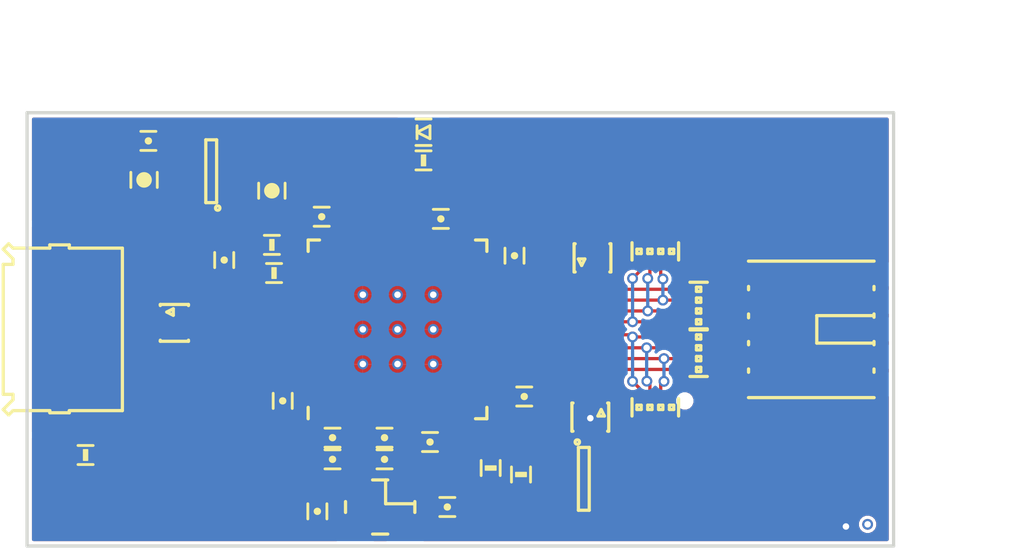
<source format=kicad_pcb>
(kicad_pcb (version 4) (host pcbnew 4.0.7-e2-6376~58~ubuntu16.04.1)
  (layers (0 F.Cu signal) (1 In1.Cu signal) (2 In2.Cu signal) (31 B.Cu signal) (34 B.Paste user) (35 F.Paste user) (36 B.SilkS user) (37 F.SilkS user) (38 B.Mask user) (39 F.Mask user) (44 Edge.Cuts user))
  (net 0 "")
  (net 1 +3V3)
  (net 2 GND)
  (net 3 +5V)
  (net 4 "Net-(C12-Pad1)")
  (net 5 /XTALOUT)
  (net 6 /XTALIN)
  (net 7 /SCL)
  (net 8 /SDA)
  (net 9 /PB0)
  (net 10 /PB1)
  (net 11 /PB2)
  (net 12 /PB5)
  (net 13 /PB6)
  (net 14 /PB7)
  (net 15 /PA0)
  (net 16 /~RESET)
  (net 17 /WAKEUP)
  (net 18 /PB3)
  (net 19 /PB4)
  (net 20 /xPB1)
  (net 21 /xPB0)
  (net 22 /xPB3)
  (net 23 /xPB2)
  (net 24 /xPB5)
  (net 25 /xPB4)
  (net 26 /xPB7)
  (net 27 /xPB6)
  (net 28 "Net-(D1-PadA)")
  (net 29 /shield)
  (net 30 /USBD_P)
  (net 31 /xUSBD_P)
  (net 32 /USBD_N)
  (net 33 /xUSBD_N)
  (module pkl_dipol:C_0402 (layer F.Cu) (at 38.600001 35.2 180)
    (fp_text reference C1)
    (fp_text value 100n)
    (pad 1 smd rect (at -0.5 0 180) (size 0.5 0.6) (layers F.Cu F.Paste F.Mask) (net 1 +3V3))
    (pad 2 smd rect (at 0.5 0 180) (size 0.5 0.6) (layers F.Cu F.Paste F.Mask) (net 2 GND))
  )
  (module pkl_dipol:C_0402 (layer F.Cu) (at 42.95 33.1)
    (fp_text reference C2)
    (fp_text value 100n)
    (pad 1 smd rect (at -0.5 0) (size 0.5 0.6) (layers F.Cu F.Paste F.Mask) (net 1 +3V3))
    (pad 2 smd rect (at 0.5 0) (size 0.5 0.6) (layers F.Cu F.Paste F.Mask) (net 2 GND))
  )
  (module pkl_dipol:C_0402 (layer F.Cu) (at 42.5 26.6 90)
    (fp_text reference C3)
    (fp_text value 100n)
    (pad 1 smd rect (at -0.5 0 90) (size 0.5 0.6) (layers F.Cu F.Paste F.Mask) (net 1 +3V3))
    (pad 2 smd rect (at 0.5 0 90) (size 0.5 0.6) (layers F.Cu F.Paste F.Mask) (net 2 GND))
  )
  (module pkl_dipol:C_0402 (layer F.Cu) (at 39.1 24.9)
    (fp_text reference C4)
    (fp_text value 100n)
    (pad 1 smd rect (at -0.5 0) (size 0.5 0.6) (layers F.Cu F.Paste F.Mask) (net 1 +3V3))
    (pad 2 smd rect (at 0.5 0) (size 0.5 0.6) (layers F.Cu F.Paste F.Mask) (net 2 GND))
  )
  (module pkl_dipol:C_0402 (layer F.Cu) (at 33.6 24.8)
    (fp_text reference C5)
    (fp_text value 100n)
    (pad 1 smd rect (at -0.5 0) (size 0.5 0.6) (layers F.Cu F.Paste F.Mask) (net 1 +3V3))
    (pad 2 smd rect (at 0.5 0) (size 0.5 0.6) (layers F.Cu F.Paste F.Mask) (net 2 GND))
  )
  (module pkl_dipol:C_0402 (layer F.Cu) (at 31.8 33.3 270)
    (fp_text reference C6)
    (fp_text value 100n)
    (pad 1 smd rect (at -0.5 0 270) (size 0.5 0.6) (layers F.Cu F.Paste F.Mask) (net 1 +3V3))
    (pad 2 smd rect (at 0.5 0 270) (size 0.5 0.6) (layers F.Cu F.Paste F.Mask) (net 2 GND))
  )
  (module pkl_dipol:C_0402 (layer F.Cu) (at 34.1 35 180)
    (fp_text reference C7)
    (fp_text value 2u2)
    (pad 1 smd rect (at -0.5 0 180) (size 0.5 0.6) (layers F.Cu F.Paste F.Mask) (net 1 +3V3))
    (pad 2 smd rect (at 0.5 0 180) (size 0.5 0.6) (layers F.Cu F.Paste F.Mask) (net 2 GND))
  )
  (module pkl_dipol:C_0402 (layer F.Cu) (at 36.5 35 180)
    (fp_text reference C8)
    (fp_text value 2u2)
    (pad 1 smd rect (at -0.5 0 180) (size 0.5 0.6) (layers F.Cu F.Paste F.Mask) (net 1 +3V3))
    (pad 2 smd rect (at 0.5 0 180) (size 0.5 0.6) (layers F.Cu F.Paste F.Mask) (net 2 GND))
  )
  (module pkl_dipol:C_0402 (layer F.Cu) (at 34.1 36 180)
    (fp_text reference C9)
    (fp_text value 100n)
    (pad 1 smd rect (at -0.5 0 180) (size 0.5 0.6) (layers F.Cu F.Paste F.Mask) (net 1 +3V3))
    (pad 2 smd rect (at 0.5 0 180) (size 0.5 0.6) (layers F.Cu F.Paste F.Mask) (net 2 GND))
  )
  (module pkl_dipol:C_0402 (layer F.Cu) (at 36.5 36 180)
    (fp_text reference C10)
    (fp_text value 100n)
    (pad 1 smd rect (at -0.5 0 180) (size 0.5 0.6) (layers F.Cu F.Paste F.Mask) (net 1 +3V3))
    (pad 2 smd rect (at 0.5 0 180) (size 0.5 0.6) (layers F.Cu F.Paste F.Mask) (net 2 GND))
  )
  (module pkl_dipol:C_0603 (layer F.Cu) (at 31.3 23.6 90)
    (fp_text reference C11)
    (fp_text value 4u7)
    (pad 1 smd rect (at -0.75 0 90) (size 0.6 0.9) (layers F.Cu F.Paste F.Mask) (net 3 +5V))
    (pad 2 smd rect (at 0.75 0 90) (size 0.6 0.9) (layers F.Cu F.Paste F.Mask) (net 2 GND))
  )
  (module pkl_dipol:C_0402 (layer F.Cu) (at 25.6 21.3 180)
    (fp_text reference C12)
    (fp_text value 10n)
    (pad 1 smd rect (at -0.5 0 180) (size 0.5 0.6) (layers F.Cu F.Paste F.Mask) (net 4 "Net-(C12-Pad1)"))
    (pad 2 smd rect (at 0.5 0 180) (size 0.5 0.6) (layers F.Cu F.Paste F.Mask) (net 2 GND))
  )
  (module pkl_dipol:C_0603 (layer F.Cu) (at 25.4 23.1 90)
    (fp_text reference C13)
    (fp_text value 4u7)
    (pad 1 smd rect (at -0.75 0 90) (size 0.6 0.9) (layers F.Cu F.Paste F.Mask) (net 1 +3V3))
    (pad 2 smd rect (at 0.75 0 90) (size 0.6 0.9) (layers F.Cu F.Paste F.Mask) (net 2 GND))
  )
  (module pkl_dipol:C_0402 (layer F.Cu) (at 29.1 26.8 90)
    (fp_text reference C14)
    (fp_text value 1u)
    (pad 1 smd rect (at -0.5 0 90) (size 0.5 0.6) (layers F.Cu F.Paste F.Mask) (net 1 +3V3))
    (pad 2 smd rect (at 0.5 0 90) (size 0.5 0.6) (layers F.Cu F.Paste F.Mask) (net 2 GND))
  )
  (module pkl_dipol:C_0402 (layer F.Cu) (at 33.4 38.4 90)
    (fp_text reference C15)
    (fp_text value 12p)
    (pad 1 smd rect (at -0.5 0 90) (size 0.5 0.6) (layers F.Cu F.Paste F.Mask) (net 5 /XTALOUT))
    (pad 2 smd rect (at 0.5 0 90) (size 0.5 0.6) (layers F.Cu F.Paste F.Mask) (net 2 GND))
  )
  (module pkl_dipol:C_0402 (layer F.Cu) (at 39.4 38.2)
    (fp_text reference C16)
    (fp_text value 12p)
    (pad 1 smd rect (at -0.5 0) (size 0.5 0.6) (layers F.Cu F.Paste F.Mask) (net 6 /XTALIN))
    (pad 2 smd rect (at 0.5 0) (size 0.5 0.6) (layers F.Cu F.Paste F.Mask) (net 2 GND))
  )
  (module pkl_dipol:D_0603 (layer F.Cu) (at 38.3 20.9)
    (fp_text reference D1)
    (fp_text value pkl_LED)
    (pad A smd rect (at 0.75 0 180) (size 0.6 0.9) (layers F.Cu F.Paste F.Mask) (net 28 "Net-(D1-PadA)"))
    (pad C smd rect (at -0.75 0 180) (size 0.6 0.9) (layers F.Cu F.Paste F.Mask) (net 2 GND))
  )
  (module pkl_housings_dfn_qfn:QFN-56-1EP_8x8mm_Pitch0.5mm (layer F.Cu) (at 37.1 30 90)
    (fp_text reference IC1)
    (fp_text value CY7C68013A-56)
    (pad 1 smd oval (at -3.9 -3.25 90) (size 0.7 0.25) (layers F.Cu F.Paste F.Mask))
    (pad 2 smd oval (at -3.9 -2.75 90) (size 0.7 0.25) (layers F.Cu F.Paste F.Mask))
    (pad 3 smd oval (at -3.9 -2.25 90) (size 0.7 0.25) (layers F.Cu F.Paste F.Mask) (net 1 +3V3))
    (pad 4 smd oval (at -3.9 -1.75 90) (size 0.7 0.25) (layers F.Cu F.Paste F.Mask) (net 5 /XTALOUT))
    (pad 5 smd oval (at -3.9 -1.25 90) (size 0.7 0.25) (layers F.Cu F.Paste F.Mask) (net 6 /XTALIN))
    (pad 6 smd oval (at -3.9 -0.75 90) (size 0.7 0.25) (layers F.Cu F.Paste F.Mask) (net 2 GND))
    (pad 7 smd oval (at -3.9 -0.25 90) (size 0.7 0.25) (layers F.Cu F.Paste F.Mask) (net 1 +3V3))
    (pad 8 smd oval (at -3.9 0.25 90) (size 0.7 0.25) (layers F.Cu F.Paste F.Mask) (net 30 /USBD_P))
    (pad 9 smd oval (at -3.9 0.75 90) (size 0.7 0.25) (layers F.Cu F.Paste F.Mask) (net 32 /USBD_N))
    (pad 10 smd oval (at -3.9 1.25 90) (size 0.7 0.25) (layers F.Cu F.Paste F.Mask) (net 2 GND))
    (pad 11 smd oval (at -3.9 1.75 90) (size 0.7 0.25) (layers F.Cu F.Paste F.Mask) (net 1 +3V3))
    (pad 12 smd oval (at -3.9 2.25 90) (size 0.7 0.25) (layers F.Cu F.Paste F.Mask) (net 2 GND))
    (pad 13 smd oval (at -3.9 2.75 90) (size 0.7 0.25) (layers F.Cu F.Paste F.Mask))
    (pad 14 smd oval (at -3.9 3.25 90) (size 0.7 0.25) (layers F.Cu F.Paste F.Mask) (net 2 GND))
    (pad 15 smd oval (at -3.25 3.9 180) (size 0.7 0.25) (layers F.Cu F.Paste F.Mask) (net 7 /SCL))
    (pad 16 smd oval (at -2.75 3.9 180) (size 0.7 0.25) (layers F.Cu F.Paste F.Mask) (net 8 /SDA))
    (pad 17 smd oval (at -2.25 3.9 180) (size 0.7 0.25) (layers F.Cu F.Paste F.Mask) (net 1 +3V3))
    (pad 18 smd oval (at -1.75 3.9 180) (size 0.7 0.25) (layers F.Cu F.Paste F.Mask) (net 9 /PB0))
    (pad 19 smd oval (at -1.25 3.9 180) (size 0.7 0.25) (layers F.Cu F.Paste F.Mask) (net 10 /PB1))
    (pad 20 smd oval (at -0.75 3.9 180) (size 0.7 0.25) (layers F.Cu F.Paste F.Mask) (net 11 /PB2))
    (pad 23 smd oval (at 0.75 3.9 180) (size 0.7 0.25) (layers F.Cu F.Paste F.Mask) (net 12 /PB5))
    (pad 24 smd oval (at 1.25 3.9 180) (size 0.7 0.25) (layers F.Cu F.Paste F.Mask) (net 13 /PB6))
    (pad 25 smd oval (at 1.75 3.9 180) (size 0.7 0.25) (layers F.Cu F.Paste F.Mask) (net 14 /PB7))
    (pad 26 smd oval (at 2.25 3.9 180) (size 0.7 0.25) (layers F.Cu F.Paste F.Mask) (net 2 GND))
    (pad 27 smd oval (at 2.75 3.9 180) (size 0.7 0.25) (layers F.Cu F.Paste F.Mask) (net 1 +3V3))
    (pad 28 smd oval (at 3.25 3.9 180) (size 0.7 0.25) (layers F.Cu F.Paste F.Mask) (net 2 GND))
    (pad 29 smd oval (at 3.9 3.25 90) (size 0.7 0.25) (layers F.Cu F.Paste F.Mask))
    (pad 30 smd oval (at 3.9 2.75 90) (size 0.7 0.25) (layers F.Cu F.Paste F.Mask))
    (pad 31 smd oval (at 3.9 2.25 90) (size 0.7 0.25) (layers F.Cu F.Paste F.Mask))
    (pad 32 smd oval (at 3.9 1.75 90) (size 0.7 0.25) (layers F.Cu F.Paste F.Mask) (net 1 +3V3))
    (pad 33 smd oval (at 3.9 1.25 90) (size 0.7 0.25) (layers F.Cu F.Paste F.Mask) (net 15 /PA0))
    (pad 34 smd oval (at 3.9 0.75 90) (size 0.7 0.25) (layers F.Cu F.Paste F.Mask))
    (pad 35 smd oval (at 3.9 0.25 90) (size 0.7 0.25) (layers F.Cu F.Paste F.Mask))
    (pad 36 smd oval (at 3.9 -0.25 90) (size 0.7 0.25) (layers F.Cu F.Paste F.Mask))
    (pad 37 smd oval (at 3.9 -0.75 90) (size 0.7 0.25) (layers F.Cu F.Paste F.Mask))
    (pad 38 smd oval (at 3.9 -1.25 90) (size 0.7 0.25) (layers F.Cu F.Paste F.Mask))
    (pad 39 smd oval (at 3.9 -1.75 90) (size 0.7 0.25) (layers F.Cu F.Paste F.Mask))
    (pad 40 smd oval (at 3.9 -2.25 90) (size 0.7 0.25) (layers F.Cu F.Paste F.Mask))
    (pad 41 smd oval (at 3.9 -2.75 90) (size 0.7 0.25) (layers F.Cu F.Paste F.Mask) (net 2 GND))
    (pad 42 smd oval (at 3.9 -3.25 90) (size 0.7 0.25) (layers F.Cu F.Paste F.Mask) (net 16 /~RESET))
    (pad 43 smd oval (at 3.25 -3.9 180) (size 0.7 0.25) (layers F.Cu F.Paste F.Mask) (net 1 +3V3))
    (pad 44 smd oval (at 2.75 -3.9 180) (size 0.7 0.25) (layers F.Cu F.Paste F.Mask) (net 17 /WAKEUP))
    (pad 45 smd oval (at 2.25 -3.9 180) (size 0.7 0.25) (layers F.Cu F.Paste F.Mask))
    (pad 46 smd oval (at 1.75 -3.9 180) (size 0.7 0.25) (layers F.Cu F.Paste F.Mask))
    (pad 47 smd oval (at 1.25 -3.9 180) (size 0.7 0.25) (layers F.Cu F.Paste F.Mask))
    (pad 48 smd oval (at 0.75 -3.9 180) (size 0.7 0.25) (layers F.Cu F.Paste F.Mask))
    (pad 51 smd oval (at -0.75 -3.9 180) (size 0.7 0.25) (layers F.Cu F.Paste F.Mask))
    (pad 52 smd oval (at -1.25 -3.9 180) (size 0.7 0.25) (layers F.Cu F.Paste F.Mask))
    (pad 53 smd oval (at -1.75 -3.9 180) (size 0.7 0.25) (layers F.Cu F.Paste F.Mask) (net 2 GND))
    (pad 54 smd oval (at -2.25 -3.9 180) (size 0.7 0.25) (layers F.Cu F.Paste F.Mask))
    (pad 55 smd oval (at -2.75 -3.9 180) (size 0.7 0.25) (layers F.Cu F.Paste F.Mask) (net 1 +3V3))
    (pad 56 smd oval (at -3.25 -3.9 180) (size 0.7 0.25) (layers F.Cu F.Paste F.Mask) (net 2 GND))
    (pad 57 smd rect (at 2.41875 2.41875 90) (size 1.6125 1.6125) (layers F.Cu F.Paste F.Mask))
    (pad 57 smd rect (at 2.41875 0.80625 90) (size 1.6125 1.6125) (layers F.Cu F.Paste F.Mask))
    (pad 57 smd rect (at 2.41875 -0.80625 90) (size 1.6125 1.6125) (layers F.Cu F.Paste F.Mask))
    (pad 57 smd rect (at 2.41875 -2.41875 90) (size 1.6125 1.6125) (layers F.Cu F.Paste F.Mask))
    (pad 57 smd rect (at 0.80625 2.41875 90) (size 1.6125 1.6125) (layers F.Cu F.Paste F.Mask))
    (pad 57 smd rect (at 0.80625 0.80625 90) (size 1.6125 1.6125) (layers F.Cu F.Paste F.Mask))
    (pad 57 smd rect (at 0.80625 -0.80625 90) (size 1.6125 1.6125) (layers F.Cu F.Paste F.Mask))
    (pad 57 smd rect (at 0.80625 -2.41875 90) (size 1.6125 1.6125) (layers F.Cu F.Paste F.Mask))
    (pad 57 smd rect (at -0.80625 2.41875 90) (size 1.6125 1.6125) (layers F.Cu F.Paste F.Mask))
    (pad 57 smd rect (at -0.80625 0.80625 90) (size 1.6125 1.6125) (layers F.Cu F.Paste F.Mask))
    (pad 57 smd rect (at -0.80625 -0.80625 90) (size 1.6125 1.6125) (layers F.Cu F.Paste F.Mask))
    (pad 57 smd rect (at -0.80625 -2.41875 90) (size 1.6125 1.6125) (layers F.Cu F.Paste F.Mask))
    (pad 57 smd rect (at -2.41875 2.41875 90) (size 1.6125 1.6125) (layers F.Cu F.Paste F.Mask))
    (pad 57 smd rect (at -2.41875 0.80625 90) (size 1.6125 1.6125) (layers F.Cu F.Paste F.Mask))
    (pad 57 smd rect (at -2.41875 -0.80625 90) (size 1.6125 1.6125) (layers F.Cu F.Paste F.Mask))
    (pad 57 smd rect (at -2.41875 -2.41875 90) (size 1.6125 1.6125) (layers F.Cu F.Paste F.Mask))
    (pad 49 smd oval (at 0.25 -3.9 180) (size 0.7 0.25) (layers F.Cu F.Paste F.Mask))
    (pad 50 smd oval (at -0.3 -3.9 180) (size 0.7 0.25) (layers F.Cu F.Paste F.Mask))
    (pad 21 smd oval (at -0.25 3.9 180) (size 0.7 0.25) (layers F.Cu F.Paste F.Mask) (net 18 /PB3))
    (pad 22 smd oval (at 0.25 3.9 180) (size 0.7 0.25) (layers F.Cu F.Paste F.Mask) (net 19 /PB4))
    (pad 57 thru_hole circle (at 1.6 -1.6 90) (size 0.5 0.5) (drill 0.3) (layers *.Cu F.Mask))
    (pad 57 thru_hole circle (at 1.6 0 90) (size 0.5 0.5) (drill 0.3) (layers *.Cu F.Mask))
    (pad 57 thru_hole circle (at 1.6 1.65 90) (size 0.5 0.5) (drill 0.3) (layers *.Cu F.Mask))
    (pad 57 thru_hole circle (at 0 1.65 90) (size 0.5 0.5) (drill 0.3) (layers *.Cu F.Mask))
    (pad 57 thru_hole circle (at 0 0 90) (size 0.5 0.5) (drill 0.3) (layers *.Cu F.Mask))
    (pad 57 thru_hole circle (at 0 -1.6 90) (size 0.5 0.5) (drill 0.3) (layers *.Cu F.Mask))
    (pad 57 thru_hole circle (at -1.6 -1.6 90) (size 0.5 0.5) (drill 0.3) (layers *.Cu F.Mask))
    (pad 57 thru_hole circle (at -1.6 0 90) (size 0.5 0.5) (drill 0.3) (layers *.Cu F.Mask))
    (pad 57 thru_hole circle (at -1.6 1.65 90) (size 0.5 0.5) (drill 0.3) (layers *.Cu F.Mask))
  )
  (module pkl_samtec:FTSH-105-XX-X-DV (layer F.Cu) (at 56.2 30 270)
    (fp_text reference J1)
    (fp_text value Conn_02x05_Odd_Even)
    (pad 1 smd rect (at 2.54 -2 90) (size 0.74 2.8) (layers F.Cu F.Paste F.Mask) (net 21 /xPB0))
    (pad 2 smd rect (at 2.54 2 90) (size 0.74 2.8) (layers F.Cu F.Paste F.Mask) (net 20 /xPB1))
    (pad 3 smd rect (at 1.27 -2 90) (size 0.74 2.8) (layers F.Cu F.Paste F.Mask) (net 23 /xPB2))
    (pad 4 smd rect (at 1.27 2 90) (size 0.74 2.8) (layers F.Cu F.Paste F.Mask) (net 22 /xPB3))
    (pad 5 smd rect (at 0 -2 90) (size 0.74 2.8) (layers F.Cu F.Paste F.Mask) (net 25 /xPB4))
    (pad 6 smd rect (at 0 2 90) (size 0.74 2.8) (layers F.Cu F.Paste F.Mask) (net 24 /xPB5))
    (pad 7 smd rect (at -1.27 -2 90) (size 0.74 2.8) (layers F.Cu F.Paste F.Mask) (net 27 /xPB6))
    (pad 8 smd rect (at -1.27 2 90) (size 0.74 2.8) (layers F.Cu F.Paste F.Mask) (net 26 /xPB7))
    (pad 9 smd rect (at -2.54 -2 90) (size 0.74 2.8) (layers F.Cu F.Paste F.Mask) (net 2 GND))
    (pad 10 smd rect (at -2.54 2 90) (size 0.74 2.8) (layers F.Cu F.Paste F.Mask) (net 2 GND))
  )
  (module pkl_connectors:Connector_USB_Micro_B_SMD (layer F.Cu) (at 21.5 30 180)
    (fp_text reference P1)
    (fp_text value pkl_USB_OTG)
    (pad GND smd rect (at 0 1.2 270) (size 1.9 1.9) (layers F.Cu F.Paste F.Mask) (net 29 /shield))
    (pad GND smd rect (at 0 -1.2 270) (size 1.9 1.9) (layers F.Cu F.Paste F.Mask) (net 29 /shield))
    (pad GND smd rect (at 0 -3.8 270) (size 1.8 1.9) (layers F.Cu F.Paste F.Mask) (net 29 /shield))
    (pad GND smd rect (at 0 3.8 270) (size 1.8 1.9) (layers F.Cu F.Paste F.Mask) (net 29 /shield))
    (pad GND smd rect (at -2.55 -3.1 270) (size 2.1 1.6) (layers F.Cu F.Paste F.Mask) (net 29 /shield))
    (pad GND smd rect (at -2.55 3.1 270) (size 2.1 1.6) (layers F.Cu F.Paste F.Mask) (net 29 /shield))
    (pad 1 smd rect (at -2.675 1.3 270) (size 0.4 1.35) (layers F.Cu F.Paste F.Mask) (net 3 +5V))
    (pad 2 smd rect (at -2.675 0.65 270) (size 0.4 1.35) (layers F.Cu F.Paste F.Mask) (net 33 /xUSBD_N))
    (pad 3 smd rect (at -2.675 0 270) (size 0.4 1.35) (layers F.Cu F.Paste F.Mask) (net 31 /xUSBD_P))
    (pad 4 smd rect (at -2.675 -0.65 270) (size 0.4 1.35) (layers F.Cu F.Paste F.Mask))
    (pad 5 smd rect (at -2.675 -1.3 270) (size 0.4 1.35) (layers F.Cu F.Paste F.Mask) (net 2 GND))
  )
  (module pkl_dipol:R_0402 (layer F.Cu) (at 38.3 22.2 180)
    (fp_text reference R1)
    (fp_text value 2k7)
    (pad 1 smd rect (at -0.5 0 180) (size 0.5 0.6) (layers F.Cu F.Paste F.Mask) (net 28 "Net-(D1-PadA)"))
    (pad 2 smd rect (at 0.5 0 180) (size 0.5 0.6) (layers F.Cu F.Paste F.Mask) (net 15 /PA0))
  )
  (module pkl_dipol:R_0402 (layer F.Cu) (at 42.8 36.7 90)
    (fp_text reference R2)
    (fp_text value 2k7)
    (pad 1 smd rect (at -0.5 0 90) (size 0.5 0.6) (layers F.Cu F.Paste F.Mask) (net 7 /SCL))
    (pad 2 smd rect (at 0.5 0 90) (size 0.5 0.6) (layers F.Cu F.Paste F.Mask) (net 1 +3V3))
  )
  (module pkl_dipol:R_0402 (layer F.Cu) (at 41.4 36.400001 90)
    (fp_text reference R3)
    (fp_text value 2k7)
    (pad 1 smd rect (at -0.5 0 90) (size 0.5 0.6) (layers F.Cu F.Paste F.Mask) (net 8 /SDA))
    (pad 2 smd rect (at 0.5 0 90) (size 0.5 0.6) (layers F.Cu F.Paste F.Mask) (net 1 +3V3))
  )
  (module pkl_dipol:R_0402 (layer F.Cu) (at 31.3 26.1)
    (fp_text reference R4)
    (fp_text value 2k7)
    (pad 1 smd rect (at -0.5 0) (size 0.5 0.6) (layers F.Cu F.Paste F.Mask) (net 16 /~RESET))
    (pad 2 smd rect (at 0.5 0) (size 0.5 0.6) (layers F.Cu F.Paste F.Mask) (net 1 +3V3))
  )
  (module pkl_dipol:R_0402 (layer F.Cu) (at 31.4 27.4)
    (fp_text reference R5)
    (fp_text value 100k)
    (pad 1 smd rect (at -0.5 0) (size 0.5 0.6) (layers F.Cu F.Paste F.Mask) (net 17 /WAKEUP))
    (pad 2 smd rect (at 0.5 0) (size 0.5 0.6) (layers F.Cu F.Paste F.Mask) (net 1 +3V3))
  )
  (module pkl_dipol:R_Array_Convex_4x0402 (layer F.Cu) (at 51 31.1 90)
    (fp_text reference R6)
    (fp_text value 100E)
    (pad 3 smd rect (at -0.25 0.475 90) (size 0.3 0.45) (layers F.Cu F.Paste F.Mask) (net 20 /xPB1))
    (pad 5 smd rect (at 0.25 0.475 90) (size 0.3 0.45) (layers F.Cu F.Paste F.Mask) (net 23 /xPB2))
    (pad 1 smd rect (at -0.75 0.475 90) (size 0.4 0.45) (layers F.Cu F.Paste F.Mask) (net 21 /xPB0))
    (pad 7 smd rect (at 0.75 0.475 90) (size 0.4 0.45) (layers F.Cu F.Paste F.Mask) (net 22 /xPB3))
    (pad 2 smd rect (at -0.75 -0.475 90) (size 0.4 0.45) (layers F.Cu F.Paste F.Mask) (net 9 /PB0))
    (pad 4 smd rect (at -0.25 -0.475 90) (size 0.3 0.45) (layers F.Cu F.Paste F.Mask) (net 10 /PB1))
    (pad 6 smd rect (at 0.25 -0.475 90) (size 0.3 0.45) (layers F.Cu F.Paste F.Mask) (net 11 /PB2))
    (pad 8 smd rect (at 0.75 -0.475 90) (size 0.4 0.45) (layers F.Cu F.Paste F.Mask) (net 18 /PB3))
  )
  (module pkl_dipol:R_Array_Convex_4x0402 (layer F.Cu) (at 51 28.9 90)
    (fp_text reference R7)
    (fp_text value 100E)
    (pad 3 smd rect (at -0.25 0.475 90) (size 0.3 0.45) (layers F.Cu F.Paste F.Mask) (net 24 /xPB5))
    (pad 5 smd rect (at 0.25 0.475 90) (size 0.3 0.45) (layers F.Cu F.Paste F.Mask) (net 27 /xPB6))
    (pad 1 smd rect (at -0.75 0.475 90) (size 0.4 0.45) (layers F.Cu F.Paste F.Mask) (net 25 /xPB4))
    (pad 7 smd rect (at 0.75 0.475 90) (size 0.4 0.45) (layers F.Cu F.Paste F.Mask) (net 26 /xPB7))
    (pad 2 smd rect (at -0.75 -0.475 90) (size 0.4 0.45) (layers F.Cu F.Paste F.Mask) (net 19 /PB4))
    (pad 4 smd rect (at -0.25 -0.475 90) (size 0.3 0.45) (layers F.Cu F.Paste F.Mask) (net 12 /PB5))
    (pad 6 smd rect (at 0.25 -0.475 90) (size 0.3 0.45) (layers F.Cu F.Paste F.Mask) (net 13 /PB6))
    (pad 8 smd rect (at 0.75 -0.475 90) (size 0.4 0.45) (layers F.Cu F.Paste F.Mask) (net 14 /PB7))
  )
  (module pkl_dipol:R_Array_Convex_4x0402 (layer F.Cu) (at 49 33.6 180)
    (fp_text reference R8)
    (fp_text value 100k)
    (pad 3 smd rect (at -0.25 0.475 180) (size 0.3 0.45) (layers F.Cu F.Paste F.Mask) (net 10 /PB1))
    (pad 5 smd rect (at 0.25 0.475 180) (size 0.3 0.45) (layers F.Cu F.Paste F.Mask) (net 11 /PB2))
    (pad 1 smd rect (at -0.75 0.475 180) (size 0.4 0.45) (layers F.Cu F.Paste F.Mask) (net 9 /PB0))
    (pad 7 smd rect (at 0.75 0.475 180) (size 0.4 0.45) (layers F.Cu F.Paste F.Mask) (net 18 /PB3))
    (pad 2 smd rect (at -0.75 -0.475 180) (size 0.4 0.45) (layers F.Cu F.Paste F.Mask) (net 1 +3V3))
    (pad 4 smd rect (at -0.25 -0.475 180) (size 0.3 0.45) (layers F.Cu F.Paste F.Mask) (net 1 +3V3))
    (pad 6 smd rect (at 0.25 -0.475 180) (size 0.3 0.45) (layers F.Cu F.Paste F.Mask) (net 1 +3V3))
    (pad 8 smd rect (at 0.75 -0.475 180) (size 0.4 0.45) (layers F.Cu F.Paste F.Mask) (net 1 +3V3))
  )
  (module pkl_dipol:R_Array_Convex_4x0402 (layer F.Cu) (at 49 26.4)
    (fp_text reference R9)
    (fp_text value 100k)
    (pad 3 smd rect (at -0.25 0.475) (size 0.3 0.45) (layers F.Cu F.Paste F.Mask) (net 12 /PB5))
    (pad 5 smd rect (at 0.25 0.475) (size 0.3 0.45) (layers F.Cu F.Paste F.Mask) (net 13 /PB6))
    (pad 1 smd rect (at -0.75 0.475) (size 0.4 0.45) (layers F.Cu F.Paste F.Mask) (net 19 /PB4))
    (pad 7 smd rect (at 0.75 0.475) (size 0.4 0.45) (layers F.Cu F.Paste F.Mask) (net 14 /PB7))
    (pad 2 smd rect (at -0.75 -0.475) (size 0.4 0.45) (layers F.Cu F.Paste F.Mask) (net 1 +3V3))
    (pad 4 smd rect (at -0.25 -0.475) (size 0.3 0.45) (layers F.Cu F.Paste F.Mask) (net 1 +3V3))
    (pad 6 smd rect (at 0.25 -0.475) (size 0.3 0.45) (layers F.Cu F.Paste F.Mask) (net 1 +3V3))
    (pad 8 smd rect (at 0.75 -0.475) (size 0.4 0.45) (layers F.Cu F.Paste F.Mask) (net 1 +3V3))
  )
  (module pkl_housings_sot:SOT-23-5 (layer F.Cu) (at 28.5 22.7)
    (fp_text reference U1)
    (fp_text value 3.3V)
    (pad 1 smd rect (at 1.1 0.95 180) (size 1.06 0.65) (layers F.Cu F.Paste F.Mask) (net 3 +5V))
    (pad 2 smd rect (at 1.1 0 180) (size 1.06 0.65) (layers F.Cu F.Paste F.Mask) (net 2 GND))
    (pad 3 smd rect (at 1.1 -0.95 180) (size 1.06 0.65) (layers F.Cu F.Paste F.Mask) (net 3 +5V))
    (pad 4 smd rect (at -1.1 -0.95 180) (size 1.06 0.65) (layers F.Cu F.Paste F.Mask) (net 4 "Net-(C12-Pad1)"))
    (pad 5 smd rect (at -1.1 0.95 180) (size 1.06 0.65) (layers F.Cu F.Paste F.Mask) (net 1 +3V3))
  )
  (module pkl_housings_sot:SOT-666 (layer F.Cu) (at 26.8 29.7 180)
    (fp_text reference U2)
    (fp_text value USBLC6-2)
    (pad 1 smd oval (at 0.85 0.5 270) (size 0.375 0.7) (layers F.Cu F.Paste F.Mask) (net 33 /xUSBD_N))
    (pad 2 smd oval (at 0.85 0 270) (size 0.3 0.7) (layers F.Cu F.Paste F.Mask) (net 2 GND))
    (pad 3 smd oval (at 0.85 -0.5 270) (size 0.375 0.7) (layers F.Cu F.Paste F.Mask) (net 31 /xUSBD_P))
    (pad 4 smd oval (at -0.85 -0.5 270) (size 0.375 0.7) (layers F.Cu F.Paste F.Mask) (net 30 /USBD_P))
    (pad 5 smd oval (at -0.85 0 270) (size 0.3 0.7) (layers F.Cu F.Paste F.Mask) (net 3 +5V))
    (pad 6 smd oval (at -0.85 0.5 270) (size 0.35 0.7) (layers F.Cu F.Paste F.Mask) (net 32 /USBD_N))
  )
  (module pkl_housings_sot:SOT-666 (layer F.Cu) (at 46 34.05 90)
    (fp_text reference U3)
    (fp_text value DSILC6-4)
    (pad 1 smd oval (at 0.85 0.5 180) (size 0.375 0.7) (layers F.Cu F.Paste F.Mask) (net 9 /PB0))
    (pad 2 smd oval (at 0.85 0 180) (size 0.3 0.7) (layers F.Cu F.Paste F.Mask) (net 2 GND))
    (pad 3 smd oval (at 0.85 -0.5 180) (size 0.375 0.7) (layers F.Cu F.Paste F.Mask) (net 18 /PB3))
    (pad 4 smd oval (at -0.85 -0.5 180) (size 0.375 0.7) (layers F.Cu F.Paste F.Mask) (net 11 /PB2))
    (pad 5 smd oval (at -0.85 0 180) (size 0.3 0.7) (layers F.Cu F.Paste F.Mask) (net 3 +5V))
    (pad 6 smd oval (at -0.85 0.5 180) (size 0.35 0.7) (layers F.Cu F.Paste F.Mask) (net 10 /PB1))
  )
  (module pkl_housings_sot:SOT-666 (layer F.Cu) (at 46.1 26.7 270)
    (fp_text reference U4)
    (fp_text value DSILC6-4)
    (pad 1 smd oval (at 0.85 0.5) (size 0.375 0.7) (layers F.Cu F.Paste F.Mask) (net 19 /PB4))
    (pad 2 smd oval (at 0.85 0) (size 0.3 0.7) (layers F.Cu F.Paste F.Mask) (net 2 GND))
    (pad 3 smd oval (at 0.85 -0.5) (size 0.375 0.7) (layers F.Cu F.Paste F.Mask) (net 12 /PB5))
    (pad 4 smd oval (at -0.85 -0.5) (size 0.375 0.7) (layers F.Cu F.Paste F.Mask) (net 14 /PB7))
    (pad 5 smd oval (at -0.85 0) (size 0.3 0.7) (layers F.Cu F.Paste F.Mask) (net 3 +5V))
    (pad 6 smd oval (at -0.85 0.5) (size 0.35 0.7) (layers F.Cu F.Paste F.Mask) (net 13 /PB6))
  )
  (module pkl_housings_sot:SOT-23-5 (layer F.Cu) (at 45.7 36.9 180)
    (fp_text reference U5)
    (fp_text value pkl_24LC00)
    (pad 1 smd rect (at 1.1 0.95) (size 1.06 0.65) (layers F.Cu F.Paste F.Mask) (net 7 /SCL))
    (pad 2 smd rect (at 1.1 0) (size 1.06 0.65) (layers F.Cu F.Paste F.Mask) (net 2 GND))
    (pad 3 smd rect (at 1.1 -0.95) (size 1.06 0.65) (layers F.Cu F.Paste F.Mask) (net 8 /SDA))
    (pad 4 smd rect (at -1.1 -0.95) (size 1.06 0.65) (layers F.Cu F.Paste F.Mask))
    (pad 5 smd rect (at -1.1 0.95) (size 1.06 0.65) (layers F.Cu F.Paste F.Mask) (net 1 +3V3))
  )
  (module pkl_misc:ABM8 (layer F.Cu) (at 36.3 38.2 180)
    (fp_text reference X1)
    (fp_text value 24MHz)
    (pad 1 smd rect (at -1.15 0.925 180) (size 1.3 1.05) (layers F.Cu F.Paste F.Mask) (net 5 /XTALOUT))
    (pad 2 smd rect (at 1.15 -0.925 180) (size 1.3 1.05) (layers F.Cu F.Paste F.Mask) (net 6 /XTALIN))
    (pad GND smd rect (at -1.15 -0.925 180) (size 1.3 1.05) (layers F.Cu F.Paste F.Mask) (net 2 GND))
    (pad GND smd rect (at 1.15 0.925 180) (size 1.3 1.05) (layers F.Cu F.Paste F.Mask) (net 2 GND))
  )
  (module pkl_misc:via0305 (layer F.Cu) (at 57.8 39.1)
    (fp_text reference REF** hide)
    (fp_text value via0305 hide)
    (pad 1 thru_hole circle (at 0 0) (size 0.5 0.5) (drill 0.3) (layers *.Cu) (net 2 GND))
  )
  (module pkl_misc:via0305 (layer F.Cu) (at 58.8 39)
    (fp_text reference REF** hide)
    (fp_text value via0305 hide)
    (pad 1 thru_hole circle (at 0 0) (size 0.5 0.5) (drill 0.3) (layers *.Cu) (net 1 +3V3))
  )
  (module pkl_dipol:R_0402 (layer F.Cu) (at 22.7 35.8)
    (fp_text reference R10)
    (fp_text value 2k7)
    (pad 1 smd rect (at -0.5 0) (size 0.5 0.6) (layers F.Cu F.Paste F.Mask) (net 29 /shield))
    (pad 2 smd rect (at 0.5 0) (size 0.5 0.6) (layers F.Cu F.Paste F.Mask) (net 2 GND))
  )
  (gr_line (start 20 40) (end 20 20) (layer Edge.Cuts) (width 0.15))
  (gr_line (start 60 40) (end 20 40) (layer Edge.Cuts) (width 0.15))
  (gr_line (start 60 20) (end 60 40) (layer Edge.Cuts) (width 0.15))
  (gr_line (start 20 20) (end 60 20) (layer Edge.Cuts) (width 0.15))
  (segment (start 46 33.2) (end 46 34.1) (width 0.15) (layer F.Cu) (net 2))
  (via (at 46 34.1) (size 0.5) (drill 0.3) (layers F.Cu B.Cu) (net 2))
  (segment (start 24.175 31.3) (end 25.5 31.3) (width 0.15) (layer F.Cu) (net 2))
  (segment (start 27.65 29.7) (end 27.195877 29.7) (width 0.15) (layer F.Cu) (net 3))
  (segment (start 27.195877 29.7) (end 26.195877 28.7) (width 0.15) (layer F.Cu) (net 3))
  (segment (start 26.195877 28.7) (end 25 28.7) (width 0.15) (layer F.Cu) (net 3))
  (segment (start 25 28.7) (end 24.175 28.7) (width 0.15) (layer F.Cu) (net 3))
  (segment (start 41 31.75) (end 41.1 31.85) (width 0.15) (layer F.Cu) (net 9))
  (segment (start 41.1 31.85) (end 50.15 31.85) (width 0.15) (layer F.Cu) (net 9))
  (segment (start 50.15 31.85) (end 50.525 31.85) (width 0.15) (layer F.Cu) (net 9))
  (segment (start 50.525 31.85) (end 50.525 32.35) (width 0.15) (layer F.Cu) (net 9))
  (segment (start 50.525 32.35) (end 49.75 33.125) (width 0.15) (layer F.Cu) (net 9))
  (segment (start 41 31.25) (end 41.1 31.35) (width 0.15) (layer F.Cu) (net 10))
  (segment (start 41.1 31.35) (end 49.4 31.35) (width 0.15) (layer F.Cu) (net 10))
  (segment (start 49.4 31.35) (end 50.525 31.35) (width 0.15) (layer F.Cu) (net 10))
  (segment (start 49.399998 31.350002) (end 49.4 31.35) (width 0.15) (layer B.Cu) (net 10))
  (segment (start 49.399998 32.4) (end 49.399998 31.350002) (width 0.15) (layer B.Cu) (net 10))
  (segment (start 49.400012 31.35) (end 49.4 31.35) (width 0.15) (layer F.Cu) (net 10))
  (via (at 49.4 31.35) (size 0.5) (drill 0.3) (layers F.Cu B.Cu) (net 10))
  (segment (start 49.25 32.549998) (end 49.399998 32.4) (width 0.15) (layer F.Cu) (net 10))
  (segment (start 49.25 33.125) (end 49.25 32.549998) (width 0.15) (layer F.Cu) (net 10))
  (via (at 49.399998 32.4) (size 0.5) (drill 0.3) (layers F.Cu B.Cu) (net 10))
  (segment (start 48.599998 32.38021) (end 48.610655 32.390867) (width 0.15) (layer B.Cu) (net 11))
  (segment (start 48.599998 30.85) (end 48.599998 32.38021) (width 0.15) (layer B.Cu) (net 11))
  (segment (start 48.75 33.125) (end 48.75 32.530212) (width 0.15) (layer F.Cu) (net 11))
  (segment (start 48.75 32.530212) (end 48.610655 32.390867) (width 0.15) (layer F.Cu) (net 11))
  (via (at 48.610655 32.390867) (size 0.5) (drill 0.3) (layers F.Cu B.Cu) (net 11))
  (segment (start 41 30.75) (end 41.1 30.85) (width 0.15) (layer F.Cu) (net 11))
  (segment (start 41.1 30.85) (end 48.599998 30.85) (width 0.15) (layer F.Cu) (net 11))
  (via (at 48.599998 30.85) (size 0.5) (drill 0.3) (layers F.Cu B.Cu) (net 11))
  (segment (start 50.525 30.85) (end 48.599998 30.85) (width 0.15) (layer F.Cu) (net 11))
  (segment (start 41.6 29.15) (end 48.65 29.15) (width 0.15) (layer F.Cu) (net 12))
  (segment (start 48.65 29.15) (end 50.15 29.15) (width 0.15) (layer F.Cu) (net 12))
  (segment (start 48.65 27.65) (end 48.65 29.15) (width 0.15) (layer B.Cu) (net 12))
  (via (at 48.65 29.15) (size 0.5) (drill 0.3) (layers F.Cu B.Cu) (net 12))
  (segment (start 48.75 26.875) (end 48.75 27.55) (width 0.15) (layer F.Cu) (net 12))
  (segment (start 48.75 27.55) (end 48.65 27.65) (width 0.15) (layer F.Cu) (net 12))
  (via (at 48.65 27.65) (size 0.5) (drill 0.3) (layers F.Cu B.Cu) (net 12))
  (segment (start 41 29.25) (end 41.5 29.25) (width 0.15) (layer F.Cu) (net 12))
  (segment (start 41.5 29.25) (end 41.6 29.15) (width 0.15) (layer F.Cu) (net 12))
  (segment (start 50.15 29.15) (end 50.525 29.15) (width 0.15) (layer F.Cu) (net 12))
  (segment (start 41.1 28.65) (end 49.35 28.65) (width 0.15) (layer F.Cu) (net 13))
  (segment (start 49.35 28.65) (end 49.45 28.65) (width 0.15) (layer F.Cu) (net 13))
  (segment (start 49.35 27.67499) (end 49.35 28.65) (width 0.15) (layer B.Cu) (net 13))
  (via (at 49.35 28.65) (size 0.5) (drill 0.3) (layers F.Cu B.Cu) (net 13))
  (segment (start 49.25 27.57499) (end 49.35 27.67499) (width 0.15) (layer F.Cu) (net 13))
  (segment (start 49.25 26.875) (end 49.25 27.57499) (width 0.15) (layer F.Cu) (net 13))
  (via (at 49.35 27.67499) (size 0.5) (drill 0.3) (layers F.Cu B.Cu) (net 13))
  (segment (start 41 28.75) (end 41.1 28.65) (width 0.15) (layer F.Cu) (net 13))
  (segment (start 49.45 28.65) (end 50.525 28.65) (width 0.15) (layer F.Cu) (net 13))
  (segment (start 41 28.25) (end 41.1 28.15) (width 0.15) (layer F.Cu) (net 14))
  (segment (start 41.1 28.15) (end 50.525 28.15) (width 0.15) (layer F.Cu) (net 14))
  (segment (start 50.525 28.15) (end 50.5 28.15) (width 0.15) (layer F.Cu) (net 14))
  (segment (start 50.5 28.15) (end 49.75 27.4) (width 0.15) (layer F.Cu) (net 14))
  (segment (start 49.75 27.4) (end 49.75 27.25) (width 0.15) (layer F.Cu) (net 14))
  (segment (start 49.75 27.25) (end 49.75 26.875) (width 0.15) (layer F.Cu) (net 14))
  (segment (start 47.950001 32.046447) (end 47.950001 32.4) (width 0.15) (layer B.Cu) (net 18))
  (segment (start 47.950001 30.703554) (end 47.950001 32.046447) (width 0.15) (layer B.Cu) (net 18))
  (segment (start 47.95 30.35) (end 47.950001 30.703554) (width 0.15) (layer B.Cu) (net 18))
  (segment (start 48.25 32.699999) (end 48.2 32.649999) (width 0.15) (layer F.Cu) (net 18))
  (segment (start 48.25 33.125) (end 48.25 32.699999) (width 0.15) (layer F.Cu) (net 18))
  (segment (start 48.2 32.649999) (end 47.950001 32.4) (width 0.15) (layer F.Cu) (net 18))
  (via (at 47.950001 32.4) (size 0.5) (drill 0.3) (layers F.Cu B.Cu) (net 18))
  (segment (start 47.85 30.25) (end 47.95 30.35) (width 0.15) (layer F.Cu) (net 18))
  (segment (start 41 30.25) (end 47.85 30.25) (width 0.15) (layer F.Cu) (net 18))
  (segment (start 50.525 30.35) (end 47.95 30.35) (width 0.15) (layer F.Cu) (net 18))
  (via (at 47.95 30.35) (size 0.5) (drill 0.3) (layers F.Cu B.Cu) (net 18))
  (segment (start 41.1 29.65) (end 47.95 29.65) (width 0.15) (layer F.Cu) (net 19))
  (segment (start 47.95 29.65) (end 50.525 29.65) (width 0.15) (layer F.Cu) (net 19))
  (segment (start 47.95 27.65) (end 47.95 29.65) (width 0.15) (layer B.Cu) (net 19))
  (via (at 47.95 29.65) (size 0.5) (drill 0.3) (layers F.Cu B.Cu) (net 19))
  (segment (start 48.25 26.875) (end 48.25 27.35) (width 0.15) (layer F.Cu) (net 19))
  (via (at 47.95 27.65) (size 0.5) (drill 0.3) (layers F.Cu B.Cu) (net 19))
  (segment (start 48.25 27.35) (end 47.95 27.65) (width 0.15) (layer F.Cu) (net 19))
  (segment (start 41 29.75) (end 41.1 29.65) (width 0.15) (layer F.Cu) (net 19))
  (segment (start 51.75 31.35) (end 51.475 31.35) (width 0.15) (layer F.Cu) (net 20))
  (segment (start 52.94 32.54) (end 51.75 31.35) (width 0.15) (layer F.Cu) (net 20))
  (segment (start 54.2 32.54) (end 52.94 32.54) (width 0.15) (layer F.Cu) (net 20))
  (segment (start 51.525 31.4) (end 51.475 31.35) (width 0.15) (layer F.Cu) (net 20))
  (segment (start 58.2 32.54) (end 57.16 32.54) (width 0.15) (layer F.Cu) (net 21))
  (segment (start 57.16 32.54) (end 56.4 33.3) (width 0.15) (layer F.Cu) (net 21))
  (segment (start 52.575 33.3) (end 51.475 32.2) (width 0.15) (layer F.Cu) (net 21))
  (segment (start 56.4 33.3) (end 52.575 33.3) (width 0.15) (layer F.Cu) (net 21))
  (segment (start 51.475 32.2) (end 51.475 31.85) (width 0.15) (layer F.Cu) (net 21))
  (segment (start 54.2 31.27) (end 52.65 31.27) (width 0.15) (layer F.Cu) (net 22))
  (segment (start 52.65 31.27) (end 51.73 30.35) (width 0.15) (layer F.Cu) (net 22))
  (segment (start 51.73 30.35) (end 51.475 30.35) (width 0.15) (layer F.Cu) (net 22))
  (segment (start 58.2 31.27) (end 56.65 31.27) (width 0.15) (layer F.Cu) (net 23))
  (segment (start 52.689279 31.865001) (end 51.674278 30.85) (width 0.15) (layer F.Cu) (net 23))
  (segment (start 56.65 31.27) (end 56.054999 31.865001) (width 0.15) (layer F.Cu) (net 23))
  (segment (start 56.054999 31.865001) (end 52.689279 31.865001) (width 0.15) (layer F.Cu) (net 23))
  (segment (start 51.674278 30.85) (end 51.475 30.85) (width 0.15) (layer F.Cu) (net 23))
  (segment (start 58.2 31.27) (end 57.13 31.27) (width 0.15) (layer F.Cu) (net 23))
  (segment (start 51.675001 30.85) (end 51.475 30.85) (width 0.15) (layer F.Cu) (net 23))
  (segment (start 54.2 30) (end 52.65 30) (width 0.15) (layer F.Cu) (net 24))
  (segment (start 52.65 30) (end 51.8 29.15) (width 0.15) (layer F.Cu) (net 24))
  (segment (start 51.8 29.15) (end 51.475 29.15) (width 0.15) (layer F.Cu) (net 24))
  (segment (start 58.2 30) (end 56.65 30) (width 0.15) (layer F.Cu) (net 25))
  (segment (start 56.65 30) (end 56.054999 30.595001) (width 0.15) (layer F.Cu) (net 25))
  (segment (start 56.054999 30.595001) (end 52.619999 30.595001) (width 0.15) (layer F.Cu) (net 25))
  (segment (start 52.619999 30.595001) (end 51.674998 29.65) (width 0.15) (layer F.Cu) (net 25))
  (segment (start 51.674998 29.65) (end 51.475 29.65) (width 0.15) (layer F.Cu) (net 25))
  (segment (start 54.2 28.73) (end 52.65 28.73) (width 0.15) (layer F.Cu) (net 26))
  (segment (start 52.07 28.15) (end 51.85 28.15) (width 0.15) (layer F.Cu) (net 26))
  (segment (start 52.65 28.73) (end 52.07 28.15) (width 0.15) (layer F.Cu) (net 26))
  (segment (start 51.85 28.15) (end 51.475 28.15) (width 0.15) (layer F.Cu) (net 26))
  (segment (start 58.2 28.73) (end 56.375002 28.73) (width 0.15) (layer F.Cu) (net 27))
  (segment (start 56.375002 28.73) (end 55.780001 29.325001) (width 0.15) (layer F.Cu) (net 27))
  (segment (start 55.780001 29.325001) (end 52.525001 29.325001) (width 0.15) (layer F.Cu) (net 27))
  (segment (start 52.525001 29.325001) (end 51.85 28.65) (width 0.15) (layer F.Cu) (net 27))
  (segment (start 51.85 28.65) (end 51.475 28.65) (width 0.15) (layer F.Cu) (net 27))
  (segment (start 58.2 28.73) (end 57.17 28.73) (width 0.15) (layer F.Cu) (net 27))
  (segment (start 21.5 33.8) (end 21.5 35.5) (width 0.15) (layer F.Cu) (net 29))
  (segment (start 21.5 35.5) (end 21.8 35.8) (width 0.15) (layer F.Cu) (net 29))
  (segment (start 21.8 35.8) (end 22.2 35.8) (width 0.15) (layer F.Cu) (net 29))
  (segment (start 24.175 30) (end 25 30) (width 0.15) (layer F.Cu) (net 31))
  (segment (start 25 30) (end 25.2 30.2) (width 0.15) (layer F.Cu) (net 31))
  (segment (start 25.2 30.2) (end 25.45 30.2) (width 0.15) (layer F.Cu) (net 31))
  (segment (start 25.45 30.2) (end 25.95 30.2) (width 0.15) (layer F.Cu) (net 31))
  (segment (start 25.95 29.2) (end 24.325 29.2) (width 0.15) (layer F.Cu) (net 33))
  (segment (start 24.325 29.2) (end 24.175 29.35) (width 0.15) (layer F.Cu) (net 33))
  (zone (net 2) (net_name GND) (layer F.Cu) (connect_pads (clearance 0.15)) (min_thickness 0.15) (fill yes (arc_segments 16) (thermal_gap 0.15) (thermal_bridge_width 0.2))
    (polygon (pts (xy 20 20) (xy 60 20) (xy 60 40) (xy 20 40)))
  )
  (zone (net 2) (net_name GND) (layer B.Cu) (connect_pads (clearance 0.15)) (min_thickness 0.15) (fill yes (arc_segments 16) (thermal_gap 0.15) (thermal_bridge_width 0.2))
    (polygon (pts (xy 20 20) (xy 60 20) (xy 60 40) (xy 20 40)))
  )
  (zone (net 29) (net_name /shield) (layer F.Cu) (priority 2) (connect_pads (clearance 0.15)) (min_thickness 0.15) (fill yes (arc_segments 16) (thermal_gap 0.15) (thermal_bridge_width 0.2))
    (polygon (pts (xy 20 25.2) (xy 25 25.2) (xy 25 34.8) (xy 20 34.8)))
  )
)
</source>
